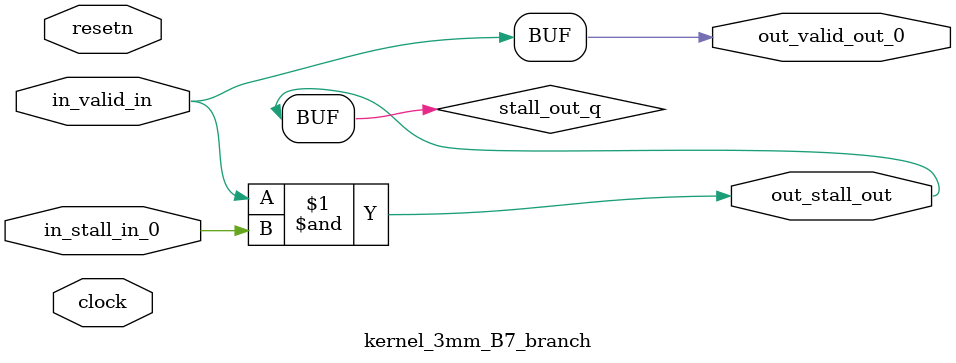
<source format=sv>



(* altera_attribute = "-name AUTO_SHIFT_REGISTER_RECOGNITION OFF; -name MESSAGE_DISABLE 10036; -name MESSAGE_DISABLE 10037; -name MESSAGE_DISABLE 14130; -name MESSAGE_DISABLE 14320; -name MESSAGE_DISABLE 15400; -name MESSAGE_DISABLE 14130; -name MESSAGE_DISABLE 10036; -name MESSAGE_DISABLE 12020; -name MESSAGE_DISABLE 12030; -name MESSAGE_DISABLE 12010; -name MESSAGE_DISABLE 12110; -name MESSAGE_DISABLE 14320; -name MESSAGE_DISABLE 13410; -name MESSAGE_DISABLE 113007; -name MESSAGE_DISABLE 10958" *)
module kernel_3mm_B7_branch (
    input wire [0:0] in_stall_in_0,
    input wire [0:0] in_valid_in,
    output wire [0:0] out_stall_out,
    output wire [0:0] out_valid_out_0,
    input wire clock,
    input wire resetn
    );

    wire [0:0] stall_out_q;


    // stall_out(LOGICAL,6)
    assign stall_out_q = in_valid_in & in_stall_in_0;

    // out_stall_out(GPOUT,4)
    assign out_stall_out = stall_out_q;

    // out_valid_out_0(GPOUT,5)
    assign out_valid_out_0 = in_valid_in;

endmodule

</source>
